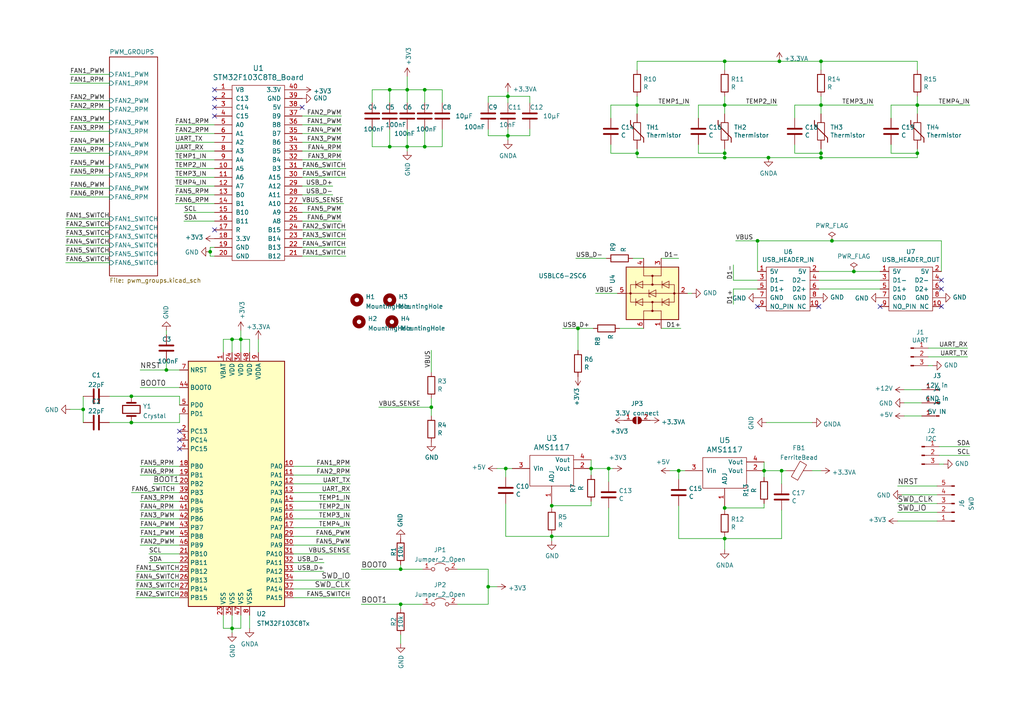
<source format=kicad_sch>
(kicad_sch (version 20211123) (generator eeschema)
  (paper "A4")
  (junction (at 171.45 135.89))
  (junction (at 210.185 44.45))
  (junction (at 160.02 146.685))
  (junction (at 38.1 122.555))
  (junction (at 210.185 156.21))
  (junction (at 118.11 26.035))
  (junction (at 196.85 136.525))
  (junction (at 113.03 26.035))
  (junction (at 48.26 107.315))
  (junction (at 210.185 147.32))
  (junction (at 266.065 44.45))
  (junction (at 184.785 30.48))
  (junction (at 69.85 98.425))
  (junction (at 160.02 155.575))
  (junction (at 116.205 165.1))
  (junction (at 125.095 118.11))
  (junction (at 118.11 42.545))
  (junction (at 147.32 27.94))
  (junction (at 38.1 114.935))
  (junction (at 184.785 44.45))
  (junction (at 238.125 45.72))
  (junction (at 146.685 135.89))
  (junction (at 167.64 95.25))
  (junction (at 247.65 78.74))
  (junction (at 116.205 175.26))
  (junction (at 67.31 182.245))
  (junction (at 176.53 135.89))
  (junction (at 60.96 73.025))
  (junction (at 24.13 118.745))
  (junction (at 210.185 30.48))
  (junction (at 123.19 42.545))
  (junction (at 221.615 136.525))
  (junction (at 241.3 69.85))
  (junction (at 113.03 42.545))
  (junction (at 238.125 17.78))
  (junction (at 226.695 136.525))
  (junction (at 147.32 39.37))
  (junction (at 226.06 17.78))
  (junction (at 67.31 98.425))
  (junction (at 141.605 170.18))
  (junction (at 219.71 69.85))
  (junction (at 238.125 30.48))
  (junction (at 123.19 26.035))
  (junction (at 266.065 30.48))
  (junction (at 238.125 44.45))
  (junction (at 210.185 17.78))
  (junction (at 222.885 45.72))
  (junction (at 210.185 45.72))
  (no_connect (at 273.05 81.28))
  (no_connect (at 87.63 31.115))
  (no_connect (at 62.23 66.675))
  (no_connect (at 62.23 33.655))
  (no_connect (at 273.05 83.82))
  (no_connect (at 62.23 31.115))
  (no_connect (at 62.23 28.575))
  (no_connect (at 219.71 88.9))
  (no_connect (at 273.05 88.9))
  (no_connect (at 52.07 127.635))
  (no_connect (at 52.07 130.175))
  (no_connect (at 62.23 26.035))
  (no_connect (at 255.27 88.9))
  (no_connect (at 52.07 125.095))
  (no_connect (at 237.49 88.9))
  (wire (pts (xy 238.125 45.72) (xy 238.125 44.45)))
  (wire (pts (xy 266.065 33.02) (xy 266.065 30.48)))
  (wire (pts (xy 210.185 155.575) (xy 210.185 156.21)))
  (wire (pts (xy 100.33 51.435) (xy 87.63 51.435)))
  (wire (pts (xy 191.77 95.25) (xy 197.485 95.25)))
  (wire (pts (xy 67.31 182.245) (xy 67.31 183.515)))
  (wire (pts (xy 50.8 38.735) (xy 62.23 38.735)))
  (wire (pts (xy 271.78 143.51) (xy 261.62 143.51)))
  (wire (pts (xy 147.32 37.465) (xy 147.32 39.37)))
  (wire (pts (xy 67.31 102.235) (xy 67.31 98.425)))
  (wire (pts (xy 48.26 95.885) (xy 48.26 97.155)))
  (wire (pts (xy 85.09 140.335) (xy 101.6 140.335)))
  (wire (pts (xy 210.185 27.94) (xy 210.185 30.48)))
  (wire (pts (xy 104.775 175.26) (xy 116.205 175.26)))
  (wire (pts (xy 146.685 146.05) (xy 146.685 155.575)))
  (wire (pts (xy 31.75 44.45) (xy 20.32 44.45)))
  (wire (pts (xy 172.085 95.25) (xy 167.64 95.25)))
  (wire (pts (xy 237.49 83.82) (xy 255.27 83.82)))
  (wire (pts (xy 50.8 41.275) (xy 62.23 41.275)))
  (wire (pts (xy 179.705 95.25) (xy 186.69 95.25)))
  (wire (pts (xy 128.27 37.465) (xy 128.27 42.545)))
  (wire (pts (xy 85.09 147.955) (xy 101.6 147.955)))
  (wire (pts (xy 52.07 114.935) (xy 52.07 117.475)))
  (wire (pts (xy 118.11 26.035) (xy 118.11 29.845)))
  (wire (pts (xy 116.205 165.1) (xy 122.555 165.1)))
  (wire (pts (xy 128.27 29.845) (xy 128.27 26.035)))
  (wire (pts (xy 87.63 36.195) (xy 99.06 36.195)))
  (wire (pts (xy 177.165 41.91) (xy 177.165 44.45)))
  (wire (pts (xy 266.065 17.78) (xy 266.065 20.32)))
  (wire (pts (xy 210.185 17.78) (xy 210.185 20.32)))
  (wire (pts (xy 31.75 57.15) (xy 20.32 57.15)))
  (wire (pts (xy 266.065 45.72) (xy 266.065 44.45)))
  (wire (pts (xy 171.45 135.89) (xy 176.53 135.89)))
  (wire (pts (xy 238.125 44.45) (xy 238.125 43.18)))
  (wire (pts (xy 226.06 17.78) (xy 238.125 17.78)))
  (wire (pts (xy 48.26 107.315) (xy 52.07 107.315)))
  (wire (pts (xy 267.335 113.03) (xy 262.255 113.03)))
  (wire (pts (xy 196.85 146.685) (xy 196.85 156.21)))
  (wire (pts (xy 132.715 165.1) (xy 141.605 165.1)))
  (wire (pts (xy 31.75 114.935) (xy 38.1 114.935)))
  (wire (pts (xy 131.445 -22.86) (xy 131.445 -15.875)))
  (wire (pts (xy 221.615 136.525) (xy 221.615 138.43)))
  (wire (pts (xy 40.64 112.395) (xy 52.07 112.395)))
  (wire (pts (xy 50.8 43.815) (xy 62.23 43.815)))
  (wire (pts (xy 85.09 158.115) (xy 101.6 158.115)))
  (wire (pts (xy 235.585 136.525) (xy 238.125 136.525)))
  (wire (pts (xy 62.23 36.195) (xy 50.8 36.195)))
  (wire (pts (xy 230.505 44.45) (xy 230.505 41.91)))
  (wire (pts (xy 62.23 71.755) (xy 60.96 71.755)))
  (wire (pts (xy 241.3 69.85) (xy 273.05 69.85)))
  (wire (pts (xy 147.32 39.37) (xy 147.32 40.64)))
  (wire (pts (xy 85.09 135.255) (xy 101.6 135.255)))
  (wire (pts (xy 99.06 38.735) (xy 87.63 38.735)))
  (wire (pts (xy 31.75 38.1) (xy 20.32 38.1)))
  (wire (pts (xy 202.565 44.45) (xy 202.565 41.91)))
  (wire (pts (xy 87.63 69.215) (xy 100.33 69.215)))
  (wire (pts (xy 194.31 136.525) (xy 196.85 136.525)))
  (wire (pts (xy 212.725 81.28) (xy 219.71 81.28)))
  (wire (pts (xy 85.09 145.415) (xy 101.6 145.415)))
  (wire (pts (xy 238.125 33.02) (xy 238.125 30.48)))
  (wire (pts (xy 38.1 142.875) (xy 52.07 142.875)))
  (wire (pts (xy 160.02 155.575) (xy 160.02 156.845)))
  (wire (pts (xy 52.07 122.555) (xy 52.07 120.015)))
  (wire (pts (xy 24.13 118.745) (xy 24.13 122.555)))
  (wire (pts (xy 116.205 163.83) (xy 116.205 165.1)))
  (wire (pts (xy 50.8 51.435) (xy 62.23 51.435)))
  (wire (pts (xy 230.505 30.48) (xy 238.125 30.48)))
  (wire (pts (xy 269.24 106.045) (xy 270.51 106.045)))
  (wire (pts (xy 128.27 26.035) (xy 123.19 26.035)))
  (wire (pts (xy 176.53 135.89) (xy 176.53 139.7)))
  (wire (pts (xy 230.505 34.29) (xy 230.505 30.48)))
  (wire (pts (xy 85.09 137.795) (xy 101.6 137.795)))
  (wire (pts (xy 176.53 147.32) (xy 176.53 155.575)))
  (wire (pts (xy 40.64 153.035) (xy 52.07 153.035)))
  (wire (pts (xy 176.53 135.89) (xy 177.8 135.89)))
  (wire (pts (xy 52.07 155.575) (xy 40.64 155.575)))
  (wire (pts (xy 116.205 175.26) (xy 122.555 175.26)))
  (wire (pts (xy 19.05 63.5) (xy 31.75 63.5)))
  (wire (pts (xy 280.67 103.505) (xy 269.24 103.505)))
  (wire (pts (xy 52.07 173.355) (xy 39.37 173.355)))
  (wire (pts (xy 53.34 64.135) (xy 62.23 64.135)))
  (wire (pts (xy 40.64 137.795) (xy 52.07 137.795)))
  (wire (pts (xy 147.32 39.37) (xy 153.67 39.37)))
  (wire (pts (xy 85.09 173.355) (xy 101.6 173.355)))
  (wire (pts (xy 147.32 26.67) (xy 147.32 27.94)))
  (wire (pts (xy 24.13 118.745) (xy 20.32 118.745)))
  (wire (pts (xy 147.32 27.94) (xy 141.605 27.94)))
  (wire (pts (xy 69.85 182.245) (xy 67.31 182.245)))
  (wire (pts (xy 118.11 42.545) (xy 118.11 43.815)))
  (wire (pts (xy 260.35 140.97) (xy 271.78 140.97)))
  (wire (pts (xy 64.77 182.245) (xy 67.31 182.245)))
  (wire (pts (xy 52.07 170.815) (xy 39.37 170.815)))
  (wire (pts (xy 202.565 30.48) (xy 210.185 30.48)))
  (wire (pts (xy 258.445 44.45) (xy 258.445 41.91)))
  (wire (pts (xy 64.77 98.425) (xy 67.31 98.425)))
  (wire (pts (xy 72.39 178.435) (xy 72.39 182.245)))
  (wire (pts (xy 60.96 74.295) (xy 60.96 73.025)))
  (wire (pts (xy 177.165 44.45) (xy 184.785 44.45)))
  (wire (pts (xy 24.13 114.935) (xy 24.13 118.745)))
  (wire (pts (xy 67.31 178.435) (xy 67.31 182.245)))
  (wire (pts (xy 213.36 69.85) (xy 219.71 69.85)))
  (wire (pts (xy 160.02 155.575) (xy 176.53 155.575)))
  (wire (pts (xy 69.85 178.435) (xy 69.85 182.245)))
  (wire (pts (xy 39.37 165.735) (xy 52.07 165.735)))
  (wire (pts (xy 64.77 178.435) (xy 64.77 182.245)))
  (wire (pts (xy 184.785 30.48) (xy 200.025 30.48)))
  (wire (pts (xy 87.63 46.355) (xy 99.06 46.355)))
  (wire (pts (xy 85.09 150.495) (xy 101.6 150.495)))
  (wire (pts (xy 132.715 175.26) (xy 141.605 175.26)))
  (wire (pts (xy 50.8 59.055) (xy 62.23 59.055)))
  (wire (pts (xy 125.095 -20.32) (xy 125.095 -15.24)))
  (wire (pts (xy 31.75 29.21) (xy 20.32 29.21)))
  (wire (pts (xy 183.515 74.93) (xy 186.69 74.93)))
  (wire (pts (xy 39.37 168.275) (xy 52.07 168.275)))
  (wire (pts (xy 184.785 45.72) (xy 210.185 45.72)))
  (wire (pts (xy 171.45 146.685) (xy 171.45 145.415)))
  (wire (pts (xy 72.39 98.425) (xy 69.85 98.425)))
  (wire (pts (xy 196.85 156.21) (xy 210.185 156.21)))
  (wire (pts (xy 40.64 158.115) (xy 52.07 158.115)))
  (wire (pts (xy 247.65 78.74) (xy 255.27 78.74)))
  (wire (pts (xy 60.96 71.755) (xy 60.96 73.025)))
  (wire (pts (xy 172.72 85.09) (xy 179.07 85.09)))
  (wire (pts (xy 273.05 69.85) (xy 273.05 78.74)))
  (wire (pts (xy 221.615 133.985) (xy 221.615 136.525)))
  (wire (pts (xy 69.85 98.425) (xy 69.85 102.235)))
  (wire (pts (xy 146.685 155.575) (xy 160.02 155.575)))
  (wire (pts (xy 85.09 160.655) (xy 101.6 160.655)))
  (wire (pts (xy 31.75 68.58) (xy 19.05 68.58)))
  (wire (pts (xy 221.615 147.32) (xy 221.615 146.05)))
  (wire (pts (xy 184.785 33.02) (xy 184.785 30.48)))
  (wire (pts (xy 118.11 26.035) (xy 113.03 26.035)))
  (wire (pts (xy 167.005 74.93) (xy 175.895 74.93)))
  (wire (pts (xy 118.11 22.225) (xy 118.11 26.035)))
  (wire (pts (xy 96.52 56.515) (xy 87.63 56.515)))
  (wire (pts (xy 266.065 30.48) (xy 281.305 30.48)))
  (wire (pts (xy 20.32 54.61) (xy 31.75 54.61)))
  (wire (pts (xy 258.445 30.48) (xy 266.065 30.48)))
  (wire (pts (xy 153.67 27.94) (xy 153.67 29.845)))
  (wire (pts (xy 219.71 78.74) (xy 219.71 69.85)))
  (wire (pts (xy 210.185 146.685) (xy 210.185 147.32)))
  (wire (pts (xy 31.75 24.13) (xy 20.32 24.13)))
  (wire (pts (xy 147.32 27.94) (xy 153.67 27.94)))
  (wire (pts (xy 50.8 56.515) (xy 62.23 56.515)))
  (wire (pts (xy 20.32 41.91) (xy 31.75 41.91)))
  (wire (pts (xy 167.64 95.25) (xy 167.64 101.6)))
  (wire (pts (xy 87.63 43.815) (xy 99.06 43.815)))
  (wire (pts (xy 50.8 46.355) (xy 62.23 46.355)))
  (wire (pts (xy 177.165 30.48) (xy 184.785 30.48)))
  (wire (pts (xy 19.05 76.2) (xy 31.75 76.2)))
  (wire (pts (xy 31.75 71.12) (xy 19.05 71.12)))
  (wire (pts (xy 219.71 69.85) (xy 241.3 69.85)))
  (wire (pts (xy 212.725 83.82) (xy 212.725 88.265)))
  (wire (pts (xy 99.06 64.135) (xy 87.63 64.135)))
  (wire (pts (xy 184.785 17.78) (xy 184.785 20.32)))
  (wire (pts (xy 280.67 100.965) (xy 269.24 100.965)))
  (wire (pts (xy 67.31 98.425) (xy 69.85 98.425)))
  (wire (pts (xy 144.145 135.89) (xy 146.685 135.89)))
  (wire (pts (xy 153.67 39.37) (xy 153.67 37.465)))
  (wire (pts (xy 128.27 42.545) (xy 123.19 42.545)))
  (wire (pts (xy 64.77 102.235) (xy 64.77 98.425)))
  (wire (pts (xy 160.02 146.05) (xy 160.02 146.685)))
  (wire (pts (xy 238.125 44.45) (xy 230.505 44.45)))
  (wire (pts (xy 226.695 136.525) (xy 226.695 140.335)))
  (wire (pts (xy 262.255 120.65) (xy 267.335 120.65)))
  (wire (pts (xy 50.8 48.895) (xy 62.23 48.895)))
  (wire (pts (xy 210.185 147.32) (xy 221.615 147.32)))
  (wire (pts (xy 141.605 39.37) (xy 141.605 37.465)))
  (wire (pts (xy 272.415 134.62) (xy 273.685 134.62)))
  (wire (pts (xy 43.18 160.655) (xy 52.07 160.655)))
  (wire (pts (xy 271.78 146.05) (xy 260.35 146.05)))
  (wire (pts (xy 50.8 53.975) (xy 62.23 53.975)))
  (wire (pts (xy 85.09 153.035) (xy 101.6 153.035)))
  (wire (pts (xy 196.85 136.525) (xy 198.755 136.525)))
  (wire (pts (xy 125.095 101.6) (xy 125.095 107.95)))
  (wire (pts (xy 85.09 168.275) (xy 101.6 168.275)))
  (wire (pts (xy 109.855 118.11) (xy 125.095 118.11)))
  (wire (pts (xy 210.185 45.72) (xy 210.185 44.45)))
  (wire (pts (xy 260.35 151.13) (xy 271.78 151.13)))
  (wire (pts (xy 184.785 17.78) (xy 210.185 17.78)))
  (wire (pts (xy 221.615 136.525) (xy 226.695 136.525)))
  (wire (pts (xy 94.615 -21.59) (xy 94.615 -15.24)))
  (wire (pts (xy 237.49 81.28) (xy 255.27 81.28)))
  (wire (pts (xy 85.09 170.815) (xy 101.6 170.815)))
  (wire (pts (xy 113.03 26.035) (xy 113.03 29.845)))
  (wire (pts (xy 20.32 21.59) (xy 31.75 21.59)))
  (wire (pts (xy 184.785 27.94) (xy 184.785 30.48)))
  (wire (pts (xy 210.185 17.78) (xy 226.06 17.78)))
  (wire (pts (xy 171.45 135.89) (xy 171.45 137.795)))
  (wire (pts (xy 146.685 135.89) (xy 146.685 138.43)))
  (wire (pts (xy 123.19 26.035) (xy 123.19 29.845)))
  (wire (pts (xy 72.39 98.425) (xy 72.39 102.235)))
  (wire (pts (xy 125.095 118.11) (xy 125.095 115.57)))
  (wire (pts (xy 196.85 136.525) (xy 196.85 139.065)))
  (wire (pts (xy 281.305 132.08) (xy 272.415 132.08)))
  (wire (pts (xy 53.34 61.595) (xy 62.23 61.595)))
  (wire (pts (xy 210.185 156.21) (xy 210.185 159.385)))
  (wire (pts (xy 116.205 186.69) (xy 116.205 184.15)))
  (wire (pts (xy 160.02 154.94) (xy 160.02 155.575)))
  (wire (pts (xy 40.64 135.255) (xy 52.07 135.255)))
  (wire (pts (xy 210.185 45.72) (xy 222.885 45.72)))
  (wire (pts (xy 191.77 74.93) (xy 196.85 74.93)))
  (wire (pts (xy 113.03 42.545) (xy 107.95 42.545)))
  (wire (pts (xy 100.33 71.755) (xy 87.63 71.755)))
  (wire (pts (xy 146.685 135.89) (xy 148.59 135.89)))
  (wire (pts (xy 48.26 104.775) (xy 48.26 107.315)))
  (wire (pts (xy 266.065 44.45) (xy 266.065 43.18)))
  (wire (pts (xy 202.565 34.29) (xy 202.565 30.48)))
  (wire (pts (xy 238.125 17.78) (xy 266.065 17.78)))
  (wire (pts (xy 113.03 26.035) (xy 107.95 26.035)))
  (wire (pts (xy 123.19 42.545) (xy 118.11 42.545)))
  (wire (pts (xy 167.64 95.25) (xy 163.195 95.25)))
  (wire (pts (xy 20.32 35.56) (xy 31.75 35.56)))
  (wire (pts (xy 147.32 39.37) (xy 141.605 39.37)))
  (wire (pts (xy 238.125 45.72) (xy 266.065 45.72)))
  (wire (pts (xy 106.045 -17.78) (xy 106.045 -22.86)))
  (wire (pts (xy 199.39 85.09) (xy 200.66 85.09)))
  (wire (pts (xy 260.35 148.59) (xy 271.78 148.59)))
  (wire (pts (xy 141.605 170.18) (xy 141.605 175.26)))
  (wire (pts (xy 125.095 118.11) (xy 125.095 120.65)))
  (wire (pts (xy 238.125 17.78) (xy 238.125 20.32)))
  (wire (pts (xy 100.33 48.895) (xy 87.63 48.895)))
  (wire (pts (xy 184.785 44.45) (xy 184.785 43.18)))
  (wire (pts (xy 281.305 129.54) (xy 272.415 129.54)))
  (wire (pts (xy 107.95 42.545) (xy 107.95 37.465)))
  (wire (pts (xy 85.09 163.195) (xy 93.98 163.195)))
  (wire (pts (xy 210.185 156.21) (xy 226.695 156.21)))
  (wire (pts (xy 118.11 42.545) (xy 113.03 42.545)))
  (wire (pts (xy 20.32 31.75) (xy 31.75 31.75)))
  (wire (pts (xy 31.75 122.555) (xy 38.1 122.555)))
  (wire (pts (xy 210.185 44.45) (xy 210.185 43.18)))
  (wire (pts (xy 99.06 41.275) (xy 87.63 41.275)))
  (wire (pts (xy 237.49 78.74) (xy 247.65 78.74)))
  (wire (pts (xy 19.05 66.04) (xy 31.75 66.04)))
  (wire (pts (xy 62.23 74.295) (xy 60.96 74.295)))
  (wire (pts (xy 210.185 44.45) (xy 202.565 44.45)))
  (wire (pts (xy 38.1 114.935) (xy 52.07 114.935)))
  (wire (pts (xy 85.09 155.575) (xy 101.6 155.575)))
  (wire (pts (xy 93.98 165.735) (xy 85.09 165.735)))
  (wire (pts (xy 52.07 147.955) (xy 40.64 147.955)))
  (wire (pts (xy 171.45 133.35) (xy 171.45 135.89)))
  (wire (pts (xy 226.695 136.525) (xy 227.965 136.525)))
  (wire (pts (xy 19.05 73.66) (xy 31.75 73.66)))
  (wire (pts (xy 113.665 -19.05) (xy 113.665 -22.86)))
  (wire (pts (xy 238.125 30.48) (xy 238.125 27.94)))
  (wire (pts (xy 43.18 163.195) (xy 52.07 163.195)))
  (wire (pts (xy 226.695 147.955) (xy 226.695 156.21)))
  (wire (pts (xy 238.125 30.48) (xy 253.365 30.48)))
  (wire (pts (xy 118.11 37.465) (xy 118.11 42.545)))
  (wire (pts (xy 52.07 145.415) (xy 40.64 145.415)))
  (wire (pts (xy 31.75 50.8) (xy 20.32 50.8)))
  (wire (pts (xy 87.63 66.675) (xy 100.33 66.675)))
  (wire (pts (xy 147.32 27.94) (xy 147.32 29.845)))
  (wire (pts (xy 212.725 83.82) (xy 219.71 83.82)))
  (wire (pts (xy 40.64 150.495) (xy 52.07 150.495)))
  (wire (pts (xy 107.95 26.035) (xy 107.95 29.845)))
  (wire (pts (xy 160.02 146.685) (xy 171.45 146.685)))
  (wire (pts (xy 20.32 48.26) (xy 31.75 48.26)))
  (wire (pts (xy 210.185 33.02) (xy 210.185 30.48)))
  (wire (pts (xy 118.11 26.035) (xy 123.19 26.035)))
  (wire (pts (xy 141.605 27.94) (xy 141.605 29.845)))
  (wire (pts (xy 210.185 147.32) (xy 210.185 147.955)))
  (wire (pts (xy 222.885 45.72) (xy 238.125 45.72)))
  (wire (pts (xy 160.02 146.685) (xy 160.02 147.32)))
  (wire (pts (xy 40.64 107.315) (xy 48.26 107.315)))
  (wire (pts (xy 184.785 45.72) (xy 184.785 44.45)))
  (wire (pts (xy 87.63 53.975) (xy 96.52 53.975)))
  (wire (pts (xy 116.205 176.53) (xy 116.205 175.26)))
  (wire (pts (xy 210.185 30.48) (xy 225.425 30.48)))
  (wire (pts (xy 266.065 30.48) (xy 266.065 27.94)))
  (wire (pts (xy 69.85 98.425) (xy 69.85 95.885)))
  (wire (pts (xy 266.065 44.45) (xy 258.445 44.45)))
  (wire (pts (xy 44.45 140.335) (xy 52.07 140.335)))
  (wire (pts (xy 222.25 122.555) (xy 235.585 122.555)))
  (wire (pts (xy 99.06 61.595) (xy 87.63 61.595)))
  (wire (pts (xy 258.445 34.29) (xy 258.445 30.48)))
  (wire (pts (xy 104.775 165.1) (xy 116.205 165.1)))
  (wire (pts (xy 85.09 142.875) (xy 101.6 142.875)))
  (wire (pts (xy 74.93 102.235) (xy 74.93 98.425)))
  (wire (pts (xy 87.63 33.655) (xy 99.06 33.655)))
  (wire (pts (xy 141.605 170.18) (xy 144.145 170.18)))
  (wire (pts (xy 38.1 122.555) (xy 52.07 122.555)))
  (wire (pts (xy 100.33 74.295) (xy 87.63 74.295)))
  (wire (pts (xy 177.165 34.29) (xy 177.165 30.48)))
  (wire (pts (xy 262.255 116.84) (xy 267.335 116.84)))
  (wire (pts (xy 87.63 59.055) (xy 99.695 59.055)))
  (wire (pts (xy 113.03 37.465) (xy 113.03 42.545)))
  (wire (pts (xy 123.19 37.465) (xy 123.19 42.545)))
  (wire (pts (xy 141.605 165.1) (xy 141.605 170.18)))
  (wire (pts (xy 212.725 76.835) (xy 212.725 81.28)))
  (label "FAN2_RPM" (at 101.6 137.795 180))
  (label "NRST" (at 260.35 140.97 0) (effects (font (size 1.524 1.524))))
  (label "FAN4_RPM" (at 99.06 43.815 180))
  (label "FAN5_SWITCH" (at 100.33 51.435 180))
  (label "TEMP4_IN" (at 50.8 53.975 0))
  (label "FAN6_RPM" (at 40.64 137.795 0))
  (label "FAN1_PWM" (at 99.06 36.195 180))
  (label "FAN2_RPM" (at 20.32 31.75 0))
  (label "FAN3_PWM" (at 40.64 150.495 0))
  (label "FAN3_SWITCH" (at 39.37 170.815 0))
  (label "TEMP4_IN" (at 281.305 30.48 180))
  (label "FAN1_RPM" (at 50.8 36.195 0))
  (label "SCL" (at 281.305 132.08 180))
  (label "FAN2_SWITCH" (at 39.37 173.355 0))
  (label "FAN1_SWITCH" (at 19.05 63.5 0))
  (label "FAN1_SWITCH" (at 39.37 165.735 0))
  (label "FAN4_SWITCH" (at 19.05 71.12 0))
  (label "UART_TX" (at 280.67 103.505 180))
  (label "FAN6_SWITCH" (at 100.33 48.895 180))
  (label "FAN2_SWITCH" (at 100.33 66.675 180))
  (label "FAN4_RPM" (at 40.64 147.955 0))
  (label "FAN6_RPM" (at 50.8 59.055 0))
  (label "FAN2_PWM" (at 40.64 158.115 0))
  (label "FAN6_PWM" (at 99.06 64.135 180))
  (label "SDA" (at 281.305 129.54 180))
  (label "TEMP1_IN" (at 101.6 145.415 180))
  (label "FAN2_RPM" (at 50.8 38.735 0))
  (label "SCL" (at 53.34 61.595 0))
  (label "FAN6_SWITCH" (at 38.1 142.875 0))
  (label "BOOT0" (at 104.775 165.1 0) (effects (font (size 1.524 1.524))))
  (label "UART_TX" (at 50.8 41.275 0))
  (label "FAN3_RPM" (at 20.32 38.1 0))
  (label "D1-" (at 212.725 76.835 270))
  (label "UART_RX" (at 101.6 142.875 180))
  (label "FAN1_RPM" (at 20.32 24.13 0))
  (label "USB_D+" (at 163.195 95.25 0))
  (label "FAN3_RPM" (at 99.06 46.355 180))
  (label "FAN5_PWM" (at 101.6 158.115 180))
  (label "VBUS" (at 172.72 85.09 0))
  (label "TEMP3_IN" (at 253.365 30.48 180))
  (label "D1+" (at 197.485 95.25 180))
  (label "TEMP3_IN" (at 101.6 150.495 180))
  (label "FAN4_SWITCH" (at 39.37 168.275 0))
  (label "FAN1_RPM" (at 101.6 135.255 180))
  (label "VBUS_SENSE" (at 101.6 160.655 180))
  (label "FAN1_PWM" (at 40.64 155.575 0))
  (label "FAN2_PWM" (at 20.32 29.21 0))
  (label "FAN3_RPM" (at 40.64 145.415 0))
  (label "FAN5_RPM" (at 20.32 50.8 0))
  (label "UART_RX" (at 280.67 100.965 180))
  (label "FAN2_PWM" (at 99.06 33.655 180))
  (label "FAN3_SWITCH" (at 100.33 69.215 180))
  (label "USB_D+" (at 93.98 165.735 180))
  (label "NRST" (at 40.64 107.315 0) (effects (font (size 1.524 1.524))))
  (label "SDA" (at 43.18 163.195 0))
  (label "SDA" (at 53.34 64.135 0))
  (label "VBUS_SENSE" (at 99.695 59.055 180))
  (label "D1-" (at 196.85 74.93 180))
  (label "FAN1_PWM" (at 20.32 21.59 0))
  (label "FAN3_PWM" (at 99.06 41.275 180))
  (label "FAN4_PWM" (at 20.32 41.91 0))
  (label "SWD_CLK" (at 260.35 146.05 0) (effects (font (size 1.524 1.524))))
  (label "FAN3_SWITCH" (at 19.05 68.58 0))
  (label "FAN4_PWM" (at 99.06 38.735 180))
  (label "VBUS_SENSE" (at 109.855 118.11 0))
  (label "FAN6_PWM" (at 20.32 54.61 0))
  (label "FAN1_SWITCH" (at 100.33 74.295 180))
  (label "FAN6_RPM" (at 20.32 57.15 0))
  (label "TEMP1_IN" (at 50.8 46.355 0))
  (label "SCL" (at 43.18 160.655 0))
  (label "FAN2_SWITCH" (at 19.05 66.04 0))
  (label "USB_D-" (at 167.005 74.93 0))
  (label "UART_TX" (at 101.6 140.335 180))
  (label "TEMP1_IN" (at 200.025 30.48 180))
  (label "FAN4_PWM" (at 40.64 153.035 0))
  (label "TEMP2_IN" (at 225.425 30.48 180))
  (label "TEMP2_IN" (at 101.6 147.955 180))
  (label "FAN5_RPM" (at 40.64 135.255 0))
  (label "VBUS" (at 125.095 101.6 270))
  (label "BOOT0" (at 40.64 112.395 0) (effects (font (size 1.524 1.524))))
  (label "FAN3_PWM" (at 20.32 35.56 0))
  (label "TEMP4_IN" (at 101.6 153.035 180))
  (label "VBUS" (at 213.36 69.85 0))
  (label "FAN5_PWM" (at 99.06 61.595 180))
  (label "BOOT1" (at 44.45 140.335 0) (effects (font (size 1.524 1.524))))
  (label "USB_D+" (at 96.52 53.975 180))
  (label "USB_D-" (at 93.98 163.195 180))
  (label "D1+" (at 212.725 88.265 90))
  (label "BOOT1" (at 104.775 175.26 0) (effects (font (size 1.524 1.524))))
  (label "FAN6_SWITCH" (at 19.05 76.2 0))
  (label "FAN4_SWITCH" (at 100.33 71.755 180))
  (label "FAN4_RPM" (at 20.32 44.45 0))
  (label "USB_D-" (at 96.52 56.515 180))
  (label "FAN5_PWM" (at 20.32 48.26 0))
  (label "FAN5_SWITCH" (at 101.6 173.355 180))
  (label "FAN5_RPM" (at 50.8 56.515 0))
  (label "SWD_IO" (at 101.6 168.275 180) (effects (font (size 1.524 1.524))))
  (label "TEMP2_IN" (at 50.8 48.895 0))
  (label "TEMP3_IN" (at 50.8 51.435 0))
  (label "SWD_CLK" (at 101.6 170.815 180) (effects (font (size 1.524 1.524))))
  (label "UART_RX" (at 50.8 43.815 0))
  (label "SWD_IO" (at 260.35 148.59 0) (effects (font (size 1.524 1.524))))
  (label "FAN6_PWM" (at 101.6 155.575 180))
  (label "FAN5_SWITCH" (at 19.05 73.66 0))
  (symbol (lib_id "Device:Thermistor") (at 184.785 38.1 0) (unit 1)
    (property "Reference" "TH1" (at 187.452 36.9316 0) (effects (justify left)))
    (property "Value" "Thermistor" (at 187.452 39.243 0) (effects (justify left)))
    (property "Footprint" "Connector_PinHeader_2.54mm:PinHeader_1x02_P2.54mm_Horizontal" (effects hide))
  )
  (symbol (lib_id "power:GND") (at 219.71 86.36 270) (unit 1)
    (property "Reference" "#PWR033" (effects hide))
    (property "Value" "GND" (at 216.4588 86.487 90) (effects (justify right)))
  )
  (symbol (lib_id "Device:R") (at 184.785 24.13 0) (unit 1)
    (property "Reference" "R10" (at 186.563 22.9616 0) (effects (justify left)))
    (property "Value" "R" (at 186.563 25.273 0) (effects (justify left)))
    (property "Footprint" "Resistor_SMD:R_0805_2012Metric" (effects hide))
  )
  (symbol (lib_id "Device:Thermistor") (at 210.185 38.1 0) (unit 1)
    (property "Reference" "TH2" (at 212.852 36.9316 0) (effects (justify left)))
    (property "Value" "Thermistor" (at 212.852 39.243 0) (effects (justify left)))
    (property "Footprint" "Connector_PinHeader_2.54mm:PinHeader_1x02_P2.54mm_Horizontal" (effects hide))
  )
  (symbol (lib_id "Device:R") (at 210.185 24.13 0) (unit 1)
    (property "Reference" "R11" (at 211.963 22.9616 0) (effects (justify left)))
    (property "Value" "R" (at 211.963 25.273 0) (effects (justify left)))
    (property "Footprint" "Resistor_SMD:R_0805_2012Metric" (effects hide))
  )
  (symbol (lib_id "my_components:USB_HEADER") (at 227.33 76.2 0) (unit 1)
    (property "Reference" "U6" (at 228.6 73.025 0))
    (property "Value" "USB_HEADER_IN" (at 228.6 75.3364 0))
    (property "Footprint" "Connector_PinHeader_2.54mm:PinHeader_2x05_P2.54mm_Horizontal" (effects hide))
  )
  (symbol (lib_id "power:GND") (at 237.49 86.36 90) (unit 1)
    (property "Reference" "#PWR038" (effects hide))
    (property "Value" "GND" (at 240.7412 86.233 90) (effects (justify right)))
  )
  (symbol (lib_id "power:GND") (at 255.27 86.36 270) (unit 1)
    (property "Reference" "#PWR040" (effects hide))
    (property "Value" "GND" (at 252.0188 86.487 90) (effects (justify right)))
  )
  (symbol (lib_id "my_components:USB_HEADER") (at 262.89 76.2 0) (unit 1)
    (property "Reference" "U7" (at 264.16 73.025 0))
    (property "Value" "USB_HEADER_OUT" (at 264.16 75.3364 0))
    (property "Footprint" "Connector_PinHeader_2.54mm:PinHeader_2x05_P2.54mm_Horizontal" (effects hide))
  )
  (symbol (lib_id "power:GND") (at 273.05 86.36 90) (unit 1)
    (property "Reference" "#PWR047" (effects hide))
    (property "Value" "GND" (at 276.3012 86.233 90) (effects (justify right)))
  )
  (symbol (lib_id "my_components:STM32F103C8T8_Board") (at 69.85 20.955 0) (unit 1)
    (property "Reference" "U1" (at 74.93 19.7612 0) (effects (font (size 1.524 1.524))))
    (property "Value" "STM32F103C8T8_Board" (at 74.93 22.4536 0) (effects (font (size 1.524 1.524))))
    (property "Footprint" "Package_DIP:DIP-40_W15.24mm_Socket" (effects hide))
  )
  (symbol (lib_id "power:GND") (at 60.96 73.025 270) (unit 1)
    (property "Reference" "#PWR03" (effects hide))
    (property "Value" "GND" (at 57.7088 73.152 90) (effects (justify right)))
  )
  (symbol (lib_id "power:GND") (at 87.63 28.575 90) (unit 1)
    (property "Reference" "#PWR010" (effects hide))
    (property "Value" "GND" (at 90.8812 28.448 90) (effects (justify right)))
  )
  (symbol (lib_id "power:+3.3V") (at 62.23 69.215 90) (unit 1)
    (property "Reference" "#PWR04" (effects hide))
    (property "Value" "+3.3V" (at 58.9788 68.834 90) (effects (justify left)))
  )
  (symbol (lib_id "power:+3.3V") (at 87.63 26.035 270) (unit 1)
    (property "Reference" "#PWR09" (effects hide))
    (property "Value" "+3.3V" (at 90.8812 26.416 90) (effects (justify left)))
  )
  (symbol (lib_id "my_components:AMS1117") (at 158.75 128.27 0) (unit 1)
    (property "Reference" "U3" (at 160.02 127.0762 0) (effects (font (size 1.524 1.524))))
    (property "Value" "AMS1117" (at 160.02 129.7686 0) (effects (font (size 1.524 1.524))))
    (property "Footprint" "Package_TO_SOT_SMD:SOT-223" (effects hide))
  )
  (symbol (lib_id "power:+5V") (at 144.145 135.89 90) (unit 1)
    (property "Reference" "#PWR021" (effects hide))
    (property "Value" "+5V" (at 140.8938 135.509 90) (effects (justify left)))
  )
  (symbol (lib_id "Device:R") (at 160.02 151.13 180) (unit 1)
    (property "Reference" "R5" (at 161.798 149.9616 0) (effects (justify right)))
    (property "Value" "R" (at 161.798 152.273 0) (effects (justify right)))
    (property "Footprint" "Resistor_SMD:R_0805_2012Metric" (effects hide))
  )
  (symbol (lib_id "Device:R") (at 171.45 141.605 180) (unit 1)
    (property "Reference" "R7" (at 166.1922 141.605 90))
    (property "Value" "R" (at 168.5036 141.605 90))
    (property "Footprint" "Resistor_SMD:R_0805_2012Metric" (effects hide))
  )
  (symbol (lib_id "power:GND") (at 160.02 156.845 0) (unit 1)
    (property "Reference" "#PWR025" (effects hide))
    (property "Value" "GND" (at 160.147 161.2392 0))
  )
  (symbol (lib_id "power:+3.3V") (at 177.8 135.89 270) (unit 1)
    (property "Reference" "#PWR027" (effects hide))
    (property "Value" "+3.3V" (at 176.53 132.715 90) (effects (justify left)))
  )
  (symbol (lib_id "power:PWR_FLAG") (at 113.665 -22.86 0) (unit 1)
    (property "Reference" "#FLG03" (effects hide))
    (property "Value" "PWR_FLAG" (at 113.665 -27.2542 0))
  )
  (symbol (lib_id "power:+5V") (at 113.665 -19.05 180) (unit 1)
    (property "Reference" "#PWR013" (effects hide))
    (property "Value" "+5V" (at 113.284 -14.6558 0))
  )
  (symbol (lib_id "power:+12V") (at 106.045 -17.78 180) (unit 1)
    (property "Reference" "#PWR012" (effects hide))
    (property "Value" "+12V" (at 105.664 -13.3858 0))
  )
  (symbol (lib_id "power:PWR_FLAG") (at 106.045 -22.86 0) (unit 1)
    (property "Reference" "#FLG02" (effects hide))
    (property "Value" "PWR_FLAG" (at 106.045 -27.2542 0))
  )
  (symbol (lib_id "power:PWR_FLAG") (at 241.3 69.85 0) (unit 1)
    (property "Reference" "#FLG06" (effects hide))
    (property "Value" "PWR_FLAG" (at 241.3 65.4558 0))
  )
  (symbol (lib_id "power:PWR_FLAG") (at 247.65 78.74 0) (unit 1)
    (property "Reference" "#FLG07" (effects hide))
    (property "Value" "PWR_FLAG" (at 247.65 74.3458 0))
  )
  (symbol (lib_id "Device:C") (at 177.165 38.1 0) (unit 1)
    (property "Reference" "C14" (at 180.086 36.9316 0) (effects (justify left)))
    (property "Value" "C" (at 180.086 39.243 0) (effects (justify left)))
    (property "Footprint" "Capacitor_SMD:C_0603_1608Metric" (effects hide))
  )
  (symbol (lib_id "power:+3.3V") (at 94.615 -15.24 180) (unit 1)
    (property "Reference" "#PWR011" (effects hide))
    (property "Value" "+3.3V" (at 94.234 -10.8458 0))
  )
  (symbol (lib_id "power:PWR_FLAG") (at 94.615 -21.59 0) (unit 1)
    (property "Reference" "#FLG01" (effects hide))
    (property "Value" "PWR_FLAG" (at 94.615 -25.9842 0))
  )
  (symbol (lib_id "Device:C") (at 202.565 38.1 0) (unit 1)
    (property "Reference" "C16" (at 205.486 36.9316 0) (effects (justify left)))
    (property "Value" "C" (at 205.486 39.243 0) (effects (justify left)))
    (property "Footprint" "Capacitor_SMD:C_0603_1608Metric" (effects hide))
  )
  (symbol (lib_id "Device:C") (at 230.505 38.1 0) (unit 1)
    (property "Reference" "C18" (at 233.426 36.9316 0) (effects (justify left)))
    (property "Value" "C" (at 233.426 39.243 0) (effects (justify left)))
    (property "Footprint" "Capacitor_SMD:C_0603_1608Metric" (effects hide))
  )
  (symbol (lib_id "Device:Thermistor") (at 238.125 38.1 0) (unit 1)
    (property "Reference" "TH3" (at 240.792 36.9316 0) (effects (justify left)))
    (property "Value" "Thermistor" (at 240.792 39.243 0) (effects (justify left)))
    (property "Footprint" "Connector_PinHeader_2.54mm:PinHeader_1x02_P2.54mm_Horizontal" (effects hide))
  )
  (symbol (lib_id "Device:R") (at 238.125 24.13 0) (unit 1)
    (property "Reference" "R14" (at 239.903 22.9616 0) (effects (justify left)))
    (property "Value" "R" (at 239.903 25.273 0) (effects (justify left)))
    (property "Footprint" "Resistor_SMD:R_0805_2012Metric" (effects hide))
  )
  (symbol (lib_id "Device:Thermistor") (at 266.065 38.1 0) (unit 1)
    (property "Reference" "TH4" (at 268.732 36.9316 0) (effects (justify left)))
    (property "Value" "Thermistor" (at 268.732 39.243 0) (effects (justify left)))
    (property "Footprint" "Connector_PinHeader_2.54mm:PinHeader_1x02_P2.54mm_Horizontal" (effects hide))
  )
  (symbol (lib_id "Device:R") (at 266.065 24.13 0) (unit 1)
    (property "Reference" "R15" (at 267.843 22.9616 0) (effects (justify left)))
    (property "Value" "R" (at 267.843 25.273 0) (effects (justify left)))
    (property "Footprint" "Resistor_SMD:R_0805_2012Metric" (effects hide))
  )
  (symbol (lib_id "Device:C") (at 258.445 38.1 0) (unit 1)
    (property "Reference" "C19" (at 261.366 36.9316 0) (effects (justify left)))
    (property "Value" "C" (at 261.366 39.243 0) (effects (justify left)))
    (property "Footprint" "Capacitor_SMD:C_0603_1608Metric" (effects hide))
  )
  (symbol (lib_id "power:+12V") (at 262.255 113.03 90) (unit 1)
    (property "Reference" "#PWR043" (effects hide))
    (property "Value" "+12V" (at 259.0038 112.649 90) (effects (justify left)))
  )
  (symbol (lib_id "power:GND") (at 262.255 116.84 270) (unit 1)
    (property "Reference" "#PWR044" (effects hide))
    (property "Value" "GND" (at 259.0038 116.967 90) (effects (justify right)))
  )
  (symbol (lib_id "power:+5V") (at 262.255 120.65 90) (unit 1)
    (property "Reference" "#PWR045" (effects hide))
    (property "Value" "+5V" (at 259.0038 120.269 90) (effects (justify left)))
  )
  (symbol (lib_id "Connector:Conn_01x03_Male") (at 267.335 132.08 0) (unit 1)
    (property "Reference" "J2" (at 270.0782 124.9426 0))
    (property "Value" "I2C" (at 270.0782 127.254 0))
    (property "Footprint" "Connector_PinHeader_2.54mm:PinHeader_1x03_P2.54mm_Vertical" (effects hide))
  )
  (symbol (lib_id "power:GND") (at 273.685 134.62 90) (unit 1)
    (property "Reference" "#PWR048" (effects hide))
    (property "Value" "GND" (at 276.9362 134.493 90) (effects (justify right)))
  )
  (symbol (lib_id "Connector:Conn_01x03_Male") (at 264.16 103.505 0) (unit 1)
    (property "Reference" "J1" (at 266.9032 96.3676 0))
    (property "Value" "UART" (at 266.9032 98.679 0))
    (property "Footprint" "Connector_PinHeader_2.54mm:PinHeader_1x03_P2.54mm_Vertical" (effects hide))
  )
  (symbol (lib_id "power:GND") (at 270.51 106.045 90) (unit 1)
    (property "Reference" "#PWR046" (effects hide))
    (property "Value" "GND" (at 273.7612 105.918 90) (effects (justify right)))
  )
  (symbol (lib_id "Device:R") (at 167.64 105.41 0) (unit 1)
    (property "Reference" "R6" (at 169.418 104.2416 0) (effects (justify left)))
    (property "Value" "R" (at 169.418 106.553 0) (effects (justify left)))
    (property "Footprint" "Resistor_SMD:R_0805_2012Metric" (effects hide))
  )
  (symbol (lib_id "power:GNDA") (at 235.585 122.555 90) (unit 1)
    (property "Reference" "#PWR037" (effects hide))
    (property "Value" "GNDA" (at 238.76 123.034 90) (effects (justify right)))
  )
  (symbol (lib_id "Device:C") (at 147.32 33.655 0) (unit 1)
    (property "Reference" "C11" (at 147.32 31.115 0) (effects (justify left)))
    (property "Value" "10nF" (at 144.78 36.195 0) (effects (justify left)))
    (property "Footprint" "Capacitor_SMD:C_0603_1608Metric" (effects hide))
  )
  (symbol (lib_id "Device:R") (at 221.615 142.24 180) (unit 1)
    (property "Reference" "R13" (at 216.3572 142.24 90))
    (property "Value" "R" (at 218.6686 142.24 90))
    (property "Footprint" "Resistor_SMD:R_0805_2012Metric" (effects hide))
  )
  (symbol (lib_id "Device:C") (at 146.685 142.24 0) (unit 1)
    (property "Reference" "C10" (at 149.606 141.0716 0) (effects (justify left)))
    (property "Value" "C" (at 149.606 143.383 0) (effects (justify left)))
    (property "Footprint" "Capacitor_SMD:C_0603_1608Metric" (effects hide))
  )
  (symbol (lib_id "Device:R") (at 125.095 111.76 0) (unit 1)
    (property "Reference" "R3" (at 126.873 110.5916 0) (effects (justify left)))
    (property "Value" "R" (at 126.873 112.903 0) (effects (justify left)))
    (property "Footprint" "Resistor_SMD:R_0805_2012Metric" (effects hide))
  )
  (symbol (lib_id "Device:C") (at 176.53 143.51 0) (unit 1)
    (property "Reference" "C13" (at 179.451 142.3416 0) (effects (justify left)))
    (property "Value" "C" (at 179.451 144.653 0) (effects (justify left)))
    (property "Footprint" "Capacitor_SMD:C_0603_1608Metric" (effects hide))
  )
  (symbol (lib_id "power:+3.3V") (at 144.145 170.18 270) (unit 1)
    (property "Reference" "#PWR022" (effects hide))
    (property "Value" "+3.3V" (at 147.3962 170.561 90) (effects (justify left)))
  )
  (symbol (lib_id "Jumper:Jumper_2_Open") (at 127.635 175.26 0) (unit 1)
    (property "Reference" "JP2" (at 127.635 169.6425 0))
    (property "Value" "Jumper_2_Open" (at 127.635 172.4176 0))
    (property "Footprint" "Connector_PinHeader_2.54mm:PinHeader_2x01_P2.54mm_Vertical" (effects hide))
  )
  (symbol (lib_id "power:GND") (at 222.25 122.555 270) (unit 1)
    (property "Reference" "#PWR034" (effects hide))
    (property "Value" "GND" (at 217.8558 122.682 0))
  )
  (symbol (lib_id "Mechanical:MountingHole") (at 113.665 93.345 0) (unit 1)
    (property "Reference" "H4" (at 116.205 92.4365 0) (effects (justify left)))
    (property "Value" "MountingHole" (at 116.205 95.2116 0) (effects (justify left)))
    (property "Footprint" "MountingHole:MountingHole_3.2mm_M3" (effects hide))
  )
  (symbol (lib_id "power:+3.3VA") (at 131.445 -15.875 180) (unit 1)
    (property "Reference" "#PWR020" (effects hide))
    (property "Value" "+3.3VA" (at 131.445 -12.2705 0))
  )
  (symbol (lib_id "power:GND") (at 116.205 186.69 0) (unit 1)
    (property "Reference" "#PWR015" (effects hide))
    (property "Value" "GND" (at 116.332 189.9412 90) (effects (justify right)))
  )
  (symbol (lib_id "power:GND") (at 20.32 118.745 270) (unit 1)
    (property "Reference" "#PWR01" (effects hide))
    (property "Value" "GND" (at 17.0688 118.872 90) (effects (justify right)))
  )
  (symbol (lib_id "Device:C") (at 48.26 100.965 0) (unit 1)
    (property "Reference" "C3" (at 46.99 98.425 0) (effects (justify left)))
    (property "Value" "100nF" (at 45.72 104.775 0) (effects (justify left)))
    (property "Footprint" "Capacitor_SMD:C_0603_1608Metric" (effects hide))
  )
  (symbol (lib_id "my_components:AMS1117") (at 208.915 128.905 0) (unit 1)
    (property "Reference" "U5" (at 210.185 127.7112 0) (effects (font (size 1.524 1.524))))
    (property "Value" "AMS1117" (at 210.185 130.4036 0) (effects (font (size 1.524 1.524))))
    (property "Footprint" "Package_TO_SOT_SMD:SOT-223" (effects hide))
  )
  (symbol (lib_id "Device:R") (at 125.095 124.46 0) (unit 1)
    (property "Reference" "R4" (at 126.873 123.2916 0) (effects (justify left)))
    (property "Value" "R" (at 126.873 125.603 0) (effects (justify left)))
    (property "Footprint" "Resistor_SMD:R_0805_2012Metric" (effects hide))
  )
  (symbol (lib_id "Device:R") (at 116.205 180.34 180) (unit 1)
    (property "Reference" "R2" (at 114.173 180.34 90))
    (property "Value" "10k" (at 116.205 180.34 90))
    (property "Footprint" "Resistor_SMD:R_0805_2012Metric" (effects hide))
  )
  (symbol (lib_id "power:GNDA") (at 125.095 -15.24 0) (unit 1)
    (property "Reference" "#PWR018" (effects hide))
    (property "Value" "GNDA" (at 123.19 -14.449 0) (effects (justify right)))
  )
  (symbol (lib_id "Device:C") (at 107.95 33.655 0) (unit 1)
    (property "Reference" "C4" (at 106.68 31.115 0) (effects (justify left)))
    (property "Value" "100nF" (at 105.41 37.465 0) (effects (justify left)))
    (property "Footprint" "Capacitor_SMD:C_0603_1608Metric" (effects hide))
  )
  (symbol (lib_id "Connector:Conn_01x01_Male") (at 272.415 116.84 180) (unit 1)
    (property "Reference" "J4" (at 271.78 112.7973 0))
    (property "Value" "GND in" (at 271.78 115.5724 0))
    (property "Footprint" "Connector_Wire:SolderWire-2.5sqmm_1x01_D2.4mm_OD4.4mm" (effects hide))
  )
  (symbol (lib_id "Device:FerriteBead") (at 231.775 136.525 90) (unit 1)
    (property "Reference" "FB1" (at 231.7242 129.9169 90))
    (property "Value" "FerriteBead" (at 231.7242 132.692 90))
    (property "Footprint" "Inductor_SMD:L_1206_3216Metric" (effects hide))
  )
  (symbol (lib_id "Device:R") (at 175.895 95.25 90) (unit 1)
    (property "Reference" "R8" (at 173.355 100.33 0) (effects (justify left)))
    (property "Value" "R" (at 177.165 98.425 0) (effects (justify left)))
    (property "Footprint" "Resistor_SMD:R_0805_2012Metric" (effects hide))
  )
  (symbol (lib_id "Connector:Conn_01x05_Male") (at 276.86 146.05 180) (unit 1)
    (property "Reference" "J6" (at 278.9587 146.05 90))
    (property "Value" "SWD" (at 281.7338 146.05 90))
    (property "Footprint" "Connector_PinHeader_2.54mm:PinHeader_1x05_P2.54mm_Vertical" (effects hide))
  )
  (symbol (lib_id "Device:C") (at 196.85 142.875 0) (unit 1)
    (property "Reference" "C15" (at 199.771 141.7066 0) (effects (justify left)))
    (property "Value" "C" (at 199.771 144.018 0) (effects (justify left)))
    (property "Footprint" "Capacitor_SMD:C_0603_1608Metric" (effects hide))
  )
  (symbol (lib_id "power:+3.3V") (at 167.64 109.22 180) (unit 1)
    (property "Reference" "#PWR026" (effects hide))
    (property "Value" "+3.3V" (at 167.259 112.4712 90) (effects (justify left)))
  )
  (symbol (lib_id "Device:C") (at 123.19 33.655 0) (unit 1)
    (property "Reference" "C7" (at 121.92 31.115 0) (effects (justify left)))
    (property "Value" "100nF" (at 120.65 37.465 0) (effects (justify left)))
    (property "Footprint" "Capacitor_SMD:C_0603_1608Metric" (effects hide))
  )
  (symbol (lib_id "Device:C") (at 153.67 33.655 0) (unit 1)
    (property "Reference" "C12" (at 153.67 31.115 0) (effects (justify left)))
    (property "Value" "10µF" (at 157.48 33.655 0) (effects (justify left)))
    (property "Footprint" "Capacitor_SMD:C_0805_2012Metric" (effects hide))
  )
  (symbol (lib_id "power:+3.3VA") (at 238.125 136.525 270) (unit 1)
    (property "Reference" "#PWR039" (effects hide))
    (property "Value" "+3.3VA" (at 241.3 137.004 90) (effects (justify left)))
  )
  (symbol (lib_id "power:+3.3V") (at 69.85 95.885 0) (unit 1)
    (property "Reference" "#PWR06" (effects hide))
    (property "Value" "+3.3V" (at 70.231 92.6338 90) (effects (justify left)))
  )
  (symbol (lib_id "power:+3.3VA") (at 74.93 98.425 0) (unit 1)
    (property "Reference" "#PWR08" (effects hide))
    (property "Value" "+3.3VA" (at 74.93 94.8205 0))
  )
  (symbol (lib_id "power:GND") (at 116.205 156.21 180) (unit 1)
    (property "Reference" "#PWR014" (effects hide))
    (property "Value" "GND" (at 116.078 152.9588 90) (effects (justify right)))
  )
  (symbol (lib_id "Connector:Conn_01x01_Male") (at 272.415 113.03 180) (unit 1)
    (property "Reference" "J3" (at 271.78 108.9873 0))
    (property "Value" "12V in" (at 271.78 111.7624 0))
    (property "Footprint" "Connector_Wire:SolderWire-2.5sqmm_1x01_D2.4mm_OD4.4mm" (effects hide))
  )
  (symbol (lib_id "Device:C") (at 141.605 33.655 0) (unit 1)
    (property "Reference" "C9" (at 141.605 31.115 0) (effects (justify left)))
    (property "Value" "100nF" (at 134.62 36.83 0) (effects (justify left)))
    (property "Footprint" "Capacitor_SMD:C_0603_1608Metric" (effects hide))
  )
  (symbol (lib_id "Device:Crystal") (at 38.1 118.745 90) (unit 1)
    (property "Reference" "Y1" (at 41.4274 117.8365 90) (effects (justify right)))
    (property "Value" "Crystal" (at 41.4274 120.6116 90) (effects (justify right)))
    (property "Footprint" "Crystal:Crystal_SMD_5032-2Pin_5.0x3.2mm" (effects hide))
  )
  (symbol (lib_id "Device:C") (at 27.94 114.935 90) (unit 1)
    (property "Reference" "C1" (at 27.94 108.8095 90))
    (property "Value" "22pF" (at 27.94 111.5846 90))
    (property "Footprint" "Capacitor_SMD:C_0603_1608Metric" (effects hide))
  )
  (symbol (lib_id "Device:C") (at 128.27 33.655 0) (unit 1)
    (property "Reference" "C8" (at 128.27 31.115 0) (effects (justify left)))
    (property "Value" "10µF" (at 132.08 33.655 0) (effects (justify left)))
    (property "Footprint" "Capacitor_SMD:C_0805_2012Metric" (effects hide))
  )
  (symbol (lib_id "Device:C") (at 113.03 33.655 0) (unit 1)
    (property "Reference" "C5" (at 111.76 31.115 0) (effects (justify left)))
    (property "Value" "100nF" (at 111.76 36.195 0) (effects (justify left)))
    (property "Footprint" "Capacitor_SMD:C_0603_1608Metric" (effects hide))
  )
  (symbol (lib_id "power:+3.3VA") (at 188.595 121.92 270) (unit 1)
    (property "Reference" "#PWR029" (effects hide))
    (property "Value" "+3.3VA" (at 191.77 122.399 90) (effects (justify left)))
  )
  (symbol (lib_id "Power_Protection:USBLC6-2SC6") (at 189.23 85.09 90) (unit 1)
    (property "Reference" "U4" (at 177.6435 82.3213 0) (effects (justify left)))
    (property "Value" "USBLC6-2SC6" (at 170.18 80.01 90) (effects (justify left)))
    (property "Footprint" "Package_TO_SOT_SMD:SOT-23-6" (effects hide))
    (property "Datasheet" "https://www.st.com/resource/en/datasheet/usblc6-2.pdf" (effects hide))
  )
  (symbol (lib_id "power:GND") (at 48.26 95.885 180) (unit 1)
    (property "Reference" "#PWR02" (effects hide))
    (property "Value" "GND" (at 48.133 92.6338 90) (effects (justify right)))
  )
  (symbol (lib_id "power:+3.3VA") (at 226.06 17.78 0) (unit 1)
    (property "Reference" "#PWR036" (effects hide))
    (property "Value" "+3.3VA" (at 227.457 16.989 0) (effects (justify left)))
  )
  (symbol (lib_id "power:GNDA") (at 210.185 159.385 0) (unit 1)
    (property "Reference" "#PWR032" (effects hide))
    (property "Value" "GNDA" (at 210.185 163.9475 0))
  )
  (symbol (lib_id "Mechanical:MountingHole") (at 113.03 86.995 0) (unit 1)
    (property "Reference" "H3" (at 115.57 86.0865 0) (effects (justify left)))
    (property "Value" "MountingHole" (at 115.57 88.8616 0) (effects (justify left)))
    (property "Footprint" "MountingHole:MountingHole_3.2mm_M3" (effects hide))
  )
  (symbol (lib_id "power:GNDA") (at 72.39 182.245 0) (unit 1)
    (property "Reference" "#PWR07" (effects hide))
    (property "Value" "GNDA" (at 72.39 186.8075 0))
  )
  (symbol (lib_id "power:+3.3V") (at 260.35 151.13 90) (unit 1)
    (property "Reference" "#PWR041" (effects hide))
    (property "Value" "+3.3V" (at 257.0988 150.749 90) (effects (justify left)))
  )
  (symbol (lib_id "Device:C") (at 226.695 144.145 0) (unit 1)
    (property "Reference" "C17" (at 229.616 142.9766 0) (effects (justify left)))
    (property "Value" "C" (at 229.616 145.288 0) (effects (justify left)))
    (property "Footprint" "Capacitor_SMD:C_0603_1608Metric" (effects hide))
  )
  (symbol (lib_id "Mechanical:MountingHole") (at 104.14 93.345 0) (unit 1)
    (property "Reference" "H2" (at 106.68 92.4365 0) (effects (justify left)))
    (property "Value" "MountingHole" (at 106.68 95.2116 0) (effects (justify left)))
    (property "Footprint" "MountingHole:MountingHole_3.2mm_M3" (effects hide))
  )
  (symbol (lib_id "power:GND") (at 67.31 183.515 0) (unit 1)
    (property "Reference" "#PWR05" (effects hide))
    (property "Value" "GND" (at 67.437 186.7662 90) (effects (justify right)))
  )
  (symbol (lib_id "Jumper:Jumper_2_Open") (at 127.635 165.1 0) (unit 1)
    (property "Reference" "JP1" (at 127.635 159.4825 0))
    (property "Value" "Jumper_2_Open" (at 127.635 162.2576 0))
    (property "Footprint" "Connector_PinHeader_2.54mm:PinHeader_2x01_P2.54mm_Vertical" (effects hide))
  )
  (symbol (lib_id "power:+5V") (at 194.31 136.525 90) (unit 1)
    (property "Reference" "#PWR030" (effects hide))
    (property "Value" "+5V" (at 194.31 133.985 90) (effects (justify left)))
  )
  (symbol (lib_id "power:PWR_FLAG") (at 131.445 -22.86 0) (unit 1)
    (property "Reference" "#FLG05" (effects hide))
    (property "Value" "PWR_FLAG" (at 131.445 -27.2542 0))
  )
  (symbol (lib_id "Connector:Conn_01x01_Male") (at 272.415 120.65 180) (unit 1)
    (property "Reference" "J5" (at 271.78 116.6073 0))
    (property "Value" "5V IN" (at 271.78 119.3824 0))
    (property "Footprint" "Connector_Wire:SolderWire-2.5sqmm_1x01_D2.4mm_OD4.4mm" (effects hide))
  )
  (symbol (lib_id "Device:R") (at 210.185 151.765 180) (unit 1)
    (property "Reference" "R12" (at 211.963 150.5966 0) (effects (justify right)))
    (property "Value" "R" (at 211.963 152.908 0) (effects (justify right)))
    (property "Footprint" "Resistor_SMD:R_0805_2012Metric" (effects hide))
  )
  (symbol (lib_id "Device:R") (at 179.705 74.93 90) (unit 1)
    (property "Reference" "R9" (at 177.8 73.025 0) (effects (justify left)))
    (property "Value" "R" (at 180.848 73.152 0) (effects (justify left)))
    (property "Footprint" "Resistor_SMD:R_0805_2012Metric" (effects hide))
  )
  (symbol (lib_id "power:GNDA") (at 222.885 45.72 0) (unit 1)
    (property "Reference" "#PWR035" (effects hide))
    (property "Value" "GNDA" (at 222.885 50.2825 0))
  )
  (symbol (lib_id "power:+3.3V") (at 118.11 22.225 0) (unit 1)
    (property "Reference" "#PWR016" (effects hide))
    (property "Value" "+3.3V" (at 118.491 18.9738 90) (effects (justify left)))
  )
  (symbol (lib_id "Device:R") (at 116.205 160.02 180) (unit 1)
    (property "Reference" "R1" (at 114.173 160.02 90))
    (property "Value" "10k" (at 116.205 160.02 90))
    (property "Footprint" "Resistor_SMD:R_0805_2012Metric" (effects hide))
  )
  (symbol (lib_id "power:GND") (at 125.095 128.27 0) (unit 1)
    (property "Reference" "#PWR019" (effects hide))
    (property "Value" "GND" (at 125.222 132.6642 0))
  )
  (symbol (lib_id "Device:C") (at 27.94 122.555 90) (unit 1)
    (property "Reference" "C2" (at 27.94 116.4295 90))
    (property "Value" "22pF" (at 27.94 119.2046 90))
    (property "Footprint" "Capacitor_SMD:C_0603_1608Metric" (effects hide))
  )
  (symbol (lib_id "Jumper:SolderJumper_2_Open") (at 184.785 121.92 0) (unit 1)
    (property "Reference" "JP3" (at 184.785 117.0645 0))
    (property "Value" "3.3V connect" (at 184.785 119.8396 0))
    (property "Footprint" "Jumper:SolderJumper-2_P1.3mm_Open_TrianglePad1.0x1.5mm" (effects hide))
  )
  (symbol (lib_id "Device:C") (at 118.11 33.655 0) (unit 1)
    (property "Reference" "C6" (at 116.84 31.115 0) (effects (justify left)))
    (property "Value" "100nF" (at 114.3 38.735 0) (effects (justify left)))
    (property "Footprint" "Capacitor_SMD:C_0603_1608Metric" (effects hide))
  )
  (symbol (lib_id "Mechanical:MountingHole") (at 103.505 86.995 0) (unit 1)
    (property "Reference" "H1" (at 106.045 86.0865 0) (effects (justify left)))
    (property "Value" "MountingHole" (at 106.045 88.8616 0) (effects (justify left)))
    (property "Footprint" "MountingHole:MountingHole_3.2mm_M3" (effects hide))
  )
  (symbol (lib_id "power:+3.3VA") (at 147.32 26.67 0) (unit 1)
    (property "Reference" "#PWR023" (effects hide))
    (property "Value" "+3.3VA" (at 148.717 25.879 0) (effects (justify left)))
  )
  (symbol (lib_id "power:GND") (at 261.62 143.51 270) (unit 1)
    (property "Reference" "#PWR042" (effects hide))
    (property "Value" "GND" (at 258.3688 143.637 90) (effects (justify right)))
  )
  (symbol (lib_id "power:GND") (at 118.11 43.815 0) (unit 1)
    (property "Reference" "#PWR017" (effects hide))
    (property "Value" "GND" (at 118.237 47.0662 90) (effects (justify right)))
  )
  (symbol (lib_id "MCU_ST_STM32F1:STM32F103C8Tx") (at 69.85 140.335 0) (unit 1)
    (property "Reference" "U2" (at 74.4094 178.0445 0) (effects (justify left)))
    (property "Value" "STM32F103C8Tx" (at 74.4094 180.8196 0) (effects (justify left)))
    (property "Footprint" "Package_QFP:LQFP-48_7x7mm_P0.5mm" (effects hide))
    (property "Datasheet" "http://www.st.com/st-web-ui/static/active/en/resource/technical/document/datasheet/CD00161566.pdf" (effects hide))
  )
  (symbol (lib_id "power:GND") (at 200.66 85.09 90) (unit 1)
    (property "Reference" "#PWR031" (effects hide))
    (property "Value" "GND" (at 203.9112 84.963 90) (effects (justify right)))
  )
  (symbol (lib_id "power:+3.3V") (at 180.975 121.92 90) (unit 1)
    (property "Reference" "#PWR028" (effects hide))
    (property "Value" "+3.3V" (at 182.245 125.095 90) (effects (justify left)))
  )
  (symbol (lib_id "power:GNDA") (at 147.32 40.64 0) (unit 1)
    (property "Reference" "#PWR024" (effects hide))
    (property "Value" "GNDA" (at 147.32 45.2025 0))
  )
  (symbol (lib_id "power:PWR_FLAG") (at 125.095 -20.32 0) (unit 1)
    (property "Reference" "#FLG04" (effects hide))
    (property "Value" "PWR_FLAG" (at 125.095 -24.7142 0))
  )
  (sheet (at 31.75 16.51) (size 13.97 63.5)
    (property "Sheet name" "PWM_GROUPS" (at 31.75 15.7984 0) (effects (justify left bottom)))
    (property "Sheet file" "pwm_groups.kicad_sch" (at 31.75 80.5946 0) (effects (justify left top)))
    (pin "FAN1_PWM" input (at 31.75 21.59 180))
    (pin "FAN1_RPM" input (at 31.75 24.13 180))
    (pin "FAN2_PWM" input (at 31.75 29.21 180))
    (pin "FAN2_RPM" input (at 31.75 31.75 180))
    (pin "FAN3_PWM" input (at 31.75 35.56 180))
    (pin "FAN3_RPM" input (at 31.75 38.1 180))
    (pin "FAN4_RPM" input (at 31.75 44.45 180))
    (pin "FAN4_PWM" input (at 31.75 41.91 180))
    (pin "FAN5_RPM" input (at 31.75 50.8 180))
    (pin "FAN5_PWM" input (at 31.75 48.26 180))
    (pin "FAN6_RPM" input (at 31.75 57.15 180))
    (pin "FAN6_PWM" input (at 31.75 54.61 180))
    (pin "FAN1_SWITCH" input (at 31.75 63.5 180))
    (pin "FAN2_SWITCH" input (at 31.75 66.04 180))
    (pin "FAN3_SWITCH" input (at 31.75 68.58 180))
    (pin "FAN4_SWITCH" input (at 31.75 71.12 180))
    (pin "FAN5_SWITCH" input (at 31.75 73.66 180))
    (pin "FAN6_SWITCH" input (at 31.75 76.2 180))
  )
)
</source>
